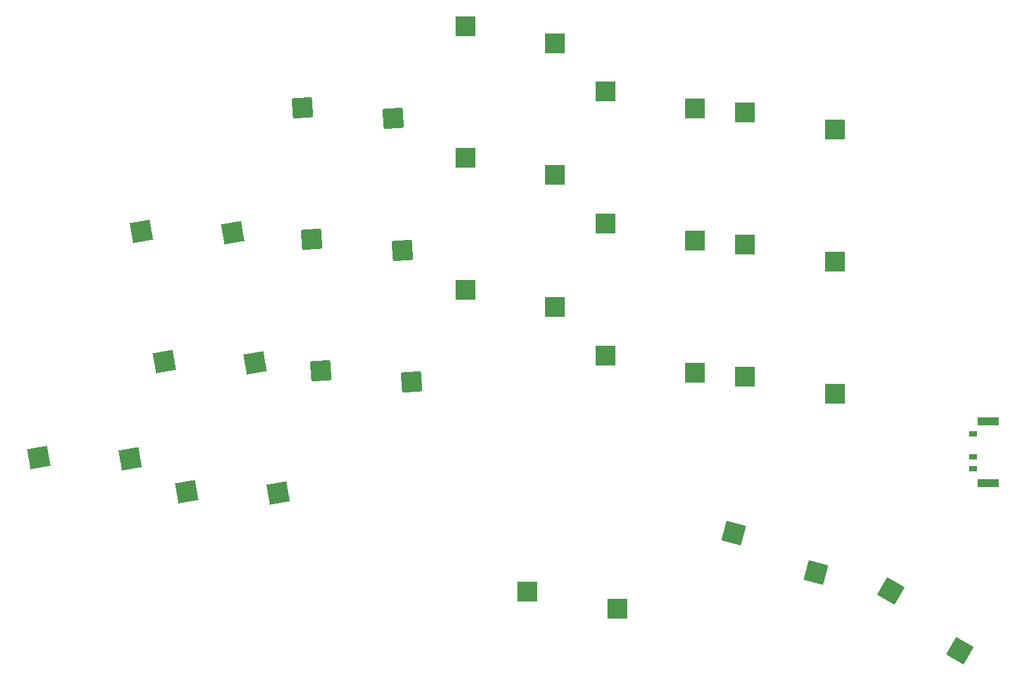
<source format=gbp>
G04 #@! TF.GenerationSoftware,KiCad,Pcbnew,8.0.4*
G04 #@! TF.CreationDate,2024-08-09T12:35:52+02:00*
G04 #@! TF.ProjectId,totem_0_3,746f7465-6d5f-4305-9f33-2e6b69636164,0.3*
G04 #@! TF.SameCoordinates,Original*
G04 #@! TF.FileFunction,Paste,Bot*
G04 #@! TF.FilePolarity,Positive*
%FSLAX46Y46*%
G04 Gerber Fmt 4.6, Leading zero omitted, Abs format (unit mm)*
G04 Created by KiCad (PCBNEW 8.0.4) date 2024-08-09 12:35:52*
%MOMM*%
%LPD*%
G01*
G04 APERTURE LIST*
G04 Aperture macros list*
%AMRotRect*
0 Rectangle, with rotation*
0 The origin of the aperture is its center*
0 $1 length*
0 $2 width*
0 $3 Rotation angle, in degrees counterclockwise*
0 Add horizontal line*
21,1,$1,$2,0,0,$3*%
G04 Aperture macros list end*
%ADD10R,1.000000X0.700000*%
%ADD11R,2.800000X1.000000*%
%ADD12RotRect,2.600000X2.600000X150.000000*%
%ADD13RotRect,2.600000X2.600000X165.000000*%
%ADD14R,2.600000X2.600000*%
%ADD15RotRect,2.600000X2.600000X190.000000*%
%ADD16RotRect,2.600000X2.600000X184.000000*%
G04 APERTURE END LIST*
D10*
X213940800Y-286087600D03*
X213940800Y-289087600D03*
X213940800Y-290587600D03*
D11*
X215840800Y-284487600D03*
X215840800Y-292437600D03*
D12*
X203323285Y-306329892D03*
X212225878Y-314010148D03*
D13*
X183111084Y-298850352D03*
X193698126Y-303964749D03*
D14*
X168085118Y-308620241D03*
X156535118Y-306420241D03*
D15*
X93601067Y-289154335D03*
X105357622Y-289315275D03*
D14*
X184561160Y-278730884D03*
X196111160Y-280930884D03*
X166561195Y-276010782D03*
X178111195Y-278210782D03*
X148561182Y-267574301D03*
X160111182Y-269774301D03*
D16*
X141602775Y-279402141D03*
X129927446Y-278013187D03*
D15*
X112703125Y-293546286D03*
X124459680Y-293707226D03*
D14*
X184561159Y-261730664D03*
X196111159Y-263930664D03*
X166561195Y-259010562D03*
X178111195Y-261210562D03*
X148561183Y-250574083D03*
X160111183Y-252774083D03*
D16*
X140416900Y-262443334D03*
X128741571Y-261054380D03*
D15*
X109751067Y-276804333D03*
X121507622Y-276965273D03*
D14*
X184561159Y-244730444D03*
X196111159Y-246930444D03*
X166561195Y-242010342D03*
X178111195Y-244210342D03*
X148561184Y-233573862D03*
X160111184Y-235773862D03*
D16*
X139231024Y-245484526D03*
X127555695Y-244095572D03*
D15*
X106799011Y-260062388D03*
X118555566Y-260223328D03*
M02*

</source>
